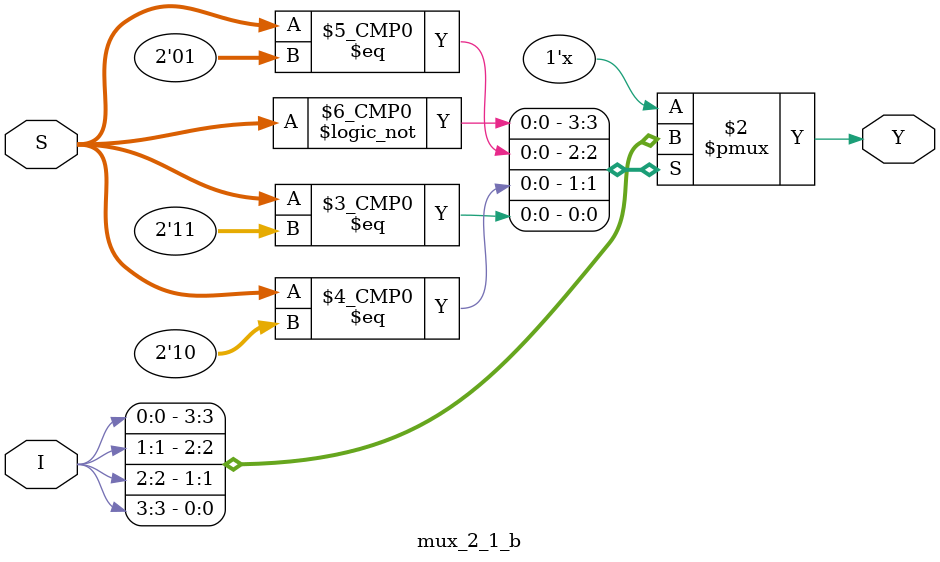
<source format=v>
module mux_2_1_b(Y,I,S);

input [3:0]I;
input [1:0]S;
output reg Y;

always@(*)
    case(S)
        2'd0: Y=I[0];
        2'd1: Y=I[1];
        2'd2: Y=I[2];
        2'd3: Y=I[3];
        default: $display("error");
    endcase

endmodule    

</source>
